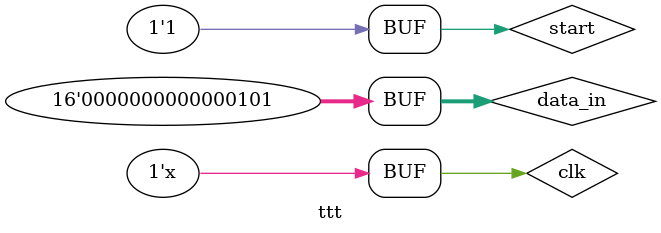
<source format=v>
`timescale 1ns / 1ps


module ttt;

	reg [15:0] data_in;
  reg clk, start;
  wire done;
 
  MUL_datapath DP(eqz, lda, ldb, ldp, clrp, decb, data_in, clk);
  controller CON (lda, ldb, ldp, clrp, decb, done, clk, eqz, start);
 
  initial
    begin
 
      clk=1'b0;
      #3 start = 1'b1;
      //#500 $finish;
    end
 
  always #5 clk=~clk;
 
  initial
    begin
 
      #17 data_in = 17;
      #10 data_in = 5;
 
    end
 
  initial
    begin
 
      $monitor($time, "%d %b", DP.y, done);
      $dumpfile("mul.vcd"); $dumpvars(0, ttt);
    end
 
      
endmodule


</source>
